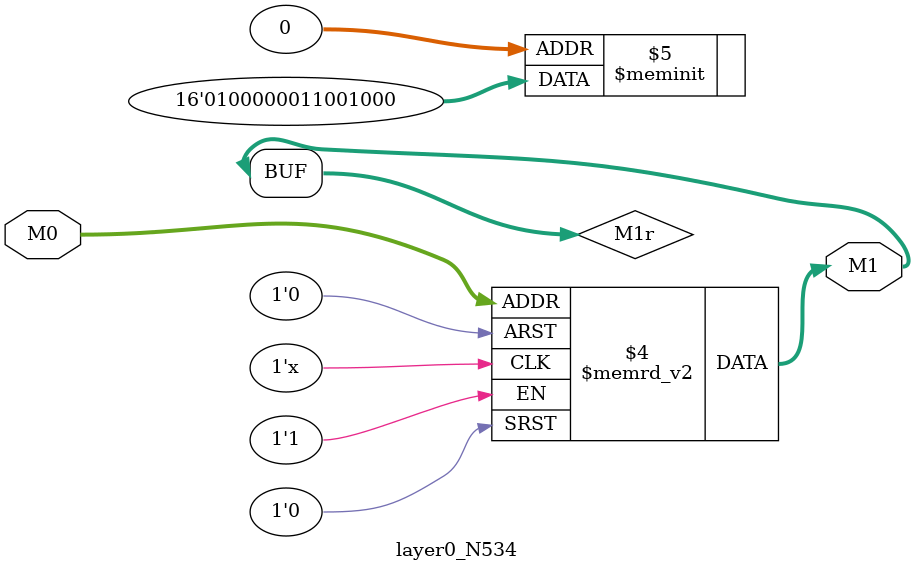
<source format=v>
module layer0_N534 ( input [2:0] M0, output [1:0] M1 );

	(*rom_style = "distributed" *) reg [1:0] M1r;
	assign M1 = M1r;
	always @ (M0) begin
		case (M0)
			3'b000: M1r = 2'b00;
			3'b100: M1r = 2'b00;
			3'b010: M1r = 2'b00;
			3'b110: M1r = 2'b00;
			3'b001: M1r = 2'b10;
			3'b101: M1r = 2'b00;
			3'b011: M1r = 2'b11;
			3'b111: M1r = 2'b01;

		endcase
	end
endmodule

</source>
